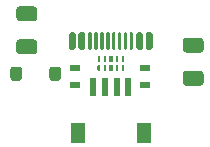
<source format=gtp>
G04 #@! TF.GenerationSoftware,KiCad,Pcbnew,(5.1.10)-1*
G04 #@! TF.CreationDate,2021-09-28T15:44:08+07:00*
G04 #@! TF.ProjectId,Unified-Daughterboard,556e6966-6965-4642-9d44-617567687465,C3*
G04 #@! TF.SameCoordinates,Original*
G04 #@! TF.FileFunction,Paste,Top*
G04 #@! TF.FilePolarity,Positive*
%FSLAX46Y46*%
G04 Gerber Fmt 4.6, Leading zero omitted, Abs format (unit mm)*
G04 Created by KiCad (PCBNEW (5.1.10)-1) date 2021-09-28 15:44:08*
%MOMM*%
%LPD*%
G01*
G04 APERTURE LIST*
%ADD10R,0.250000X0.550000*%
%ADD11R,0.300000X0.550000*%
%ADD12R,0.900000X0.500000*%
%ADD13R,0.600000X1.550000*%
%ADD14R,1.200000X1.800000*%
G04 APERTURE END LIST*
G36*
G01*
X73877500Y-66561400D02*
X73877500Y-66261400D01*
G75*
G02*
X74002500Y-66136400I125000J0D01*
G01*
X74002500Y-66136400D01*
G75*
G02*
X74127500Y-66261400I0J-125000D01*
G01*
X74127500Y-66561400D01*
G75*
G02*
X74002500Y-66686400I-125000J0D01*
G01*
X74002500Y-66686400D01*
G75*
G02*
X73877500Y-66561400I0J125000D01*
G01*
G37*
D10*
X74502500Y-66411400D03*
D11*
X75002500Y-66411400D03*
D10*
X75502500Y-66411400D03*
X76002500Y-66411400D03*
X74502500Y-65641400D03*
X76002500Y-65641400D03*
X75502500Y-65641400D03*
X74002500Y-65641400D03*
D11*
X75002500Y-65641400D03*
G36*
G01*
X82612500Y-65099000D02*
X81362500Y-65099000D01*
G75*
G02*
X81112500Y-64849000I0J250000D01*
G01*
X81112500Y-64099000D01*
G75*
G02*
X81362500Y-63849000I250000J0D01*
G01*
X82612500Y-63849000D01*
G75*
G02*
X82862500Y-64099000I0J-250000D01*
G01*
X82862500Y-64849000D01*
G75*
G02*
X82612500Y-65099000I-250000J0D01*
G01*
G37*
G36*
G01*
X82612500Y-67899000D02*
X81362500Y-67899000D01*
G75*
G02*
X81112500Y-67649000I0J250000D01*
G01*
X81112500Y-66899000D01*
G75*
G02*
X81362500Y-66649000I250000J0D01*
G01*
X82612500Y-66649000D01*
G75*
G02*
X82862500Y-66899000I0J-250000D01*
G01*
X82862500Y-67649000D01*
G75*
G02*
X82612500Y-67899000I-250000J0D01*
G01*
G37*
D12*
X71954500Y-66379000D03*
X71954500Y-67879000D03*
G36*
G01*
X67265500Y-63982000D02*
X68515500Y-63982000D01*
G75*
G02*
X68765500Y-64232000I0J-250000D01*
G01*
X68765500Y-64982000D01*
G75*
G02*
X68515500Y-65232000I-250000J0D01*
G01*
X67265500Y-65232000D01*
G75*
G02*
X67015500Y-64982000I0J250000D01*
G01*
X67015500Y-64232000D01*
G75*
G02*
X67265500Y-63982000I250000J0D01*
G01*
G37*
G36*
G01*
X67265500Y-61182000D02*
X68515500Y-61182000D01*
G75*
G02*
X68765500Y-61432000I0J-250000D01*
G01*
X68765500Y-62182000D01*
G75*
G02*
X68515500Y-62432000I-250000J0D01*
G01*
X67265500Y-62432000D01*
G75*
G02*
X67015500Y-62182000I0J250000D01*
G01*
X67015500Y-61432000D01*
G75*
G02*
X67265500Y-61182000I250000J0D01*
G01*
G37*
G36*
G01*
X70802500Y-66540000D02*
X70802500Y-67240000D01*
G75*
G02*
X70552500Y-67490000I-250000J0D01*
G01*
X70052500Y-67490000D01*
G75*
G02*
X69802500Y-67240000I0J250000D01*
G01*
X69802500Y-66540000D01*
G75*
G02*
X70052500Y-66290000I250000J0D01*
G01*
X70552500Y-66290000D01*
G75*
G02*
X70802500Y-66540000I0J-250000D01*
G01*
G37*
G36*
G01*
X67502500Y-66540000D02*
X67502500Y-67240000D01*
G75*
G02*
X67252500Y-67490000I-250000J0D01*
G01*
X66752500Y-67490000D01*
G75*
G02*
X66502500Y-67240000I0J250000D01*
G01*
X66502500Y-66540000D01*
G75*
G02*
X66752500Y-66290000I250000J0D01*
G01*
X67252500Y-66290000D01*
G75*
G02*
X67502500Y-66540000I0J-250000D01*
G01*
G37*
G36*
G01*
X78552500Y-63543000D02*
X78552500Y-64693000D01*
G75*
G02*
X78402500Y-64843000I-150000J0D01*
G01*
X78102500Y-64843000D01*
G75*
G02*
X77952500Y-64693000I0J150000D01*
G01*
X77952500Y-63543000D01*
G75*
G02*
X78102500Y-63393000I150000J0D01*
G01*
X78402500Y-63393000D01*
G75*
G02*
X78552500Y-63543000I0J-150000D01*
G01*
G37*
G36*
G01*
X76902500Y-63468000D02*
X76902500Y-64768000D01*
G75*
G02*
X76827500Y-64843000I-75000J0D01*
G01*
X76677500Y-64843000D01*
G75*
G02*
X76602500Y-64768000I0J75000D01*
G01*
X76602500Y-63468000D01*
G75*
G02*
X76677500Y-63393000I75000J0D01*
G01*
X76827500Y-63393000D01*
G75*
G02*
X76902500Y-63468000I0J-75000D01*
G01*
G37*
G36*
G01*
X76402500Y-63468000D02*
X76402500Y-64768000D01*
G75*
G02*
X76327500Y-64843000I-75000J0D01*
G01*
X76177500Y-64843000D01*
G75*
G02*
X76102500Y-64768000I0J75000D01*
G01*
X76102500Y-63468000D01*
G75*
G02*
X76177500Y-63393000I75000J0D01*
G01*
X76327500Y-63393000D01*
G75*
G02*
X76402500Y-63468000I0J-75000D01*
G01*
G37*
G36*
G01*
X75902500Y-63468000D02*
X75902500Y-64768000D01*
G75*
G02*
X75827500Y-64843000I-75000J0D01*
G01*
X75677500Y-64843000D01*
G75*
G02*
X75602500Y-64768000I0J75000D01*
G01*
X75602500Y-63468000D01*
G75*
G02*
X75677500Y-63393000I75000J0D01*
G01*
X75827500Y-63393000D01*
G75*
G02*
X75902500Y-63468000I0J-75000D01*
G01*
G37*
G36*
G01*
X75406500Y-63468000D02*
X75406500Y-64768000D01*
G75*
G02*
X75331500Y-64843000I-75000J0D01*
G01*
X75181500Y-64843000D01*
G75*
G02*
X75106500Y-64768000I0J75000D01*
G01*
X75106500Y-63468000D01*
G75*
G02*
X75181500Y-63393000I75000J0D01*
G01*
X75331500Y-63393000D01*
G75*
G02*
X75406500Y-63468000I0J-75000D01*
G01*
G37*
G36*
G01*
X73402500Y-63468000D02*
X73402500Y-64768000D01*
G75*
G02*
X73327500Y-64843000I-75000J0D01*
G01*
X73177500Y-64843000D01*
G75*
G02*
X73102500Y-64768000I0J75000D01*
G01*
X73102500Y-63468000D01*
G75*
G02*
X73177500Y-63393000I75000J0D01*
G01*
X73327500Y-63393000D01*
G75*
G02*
X73402500Y-63468000I0J-75000D01*
G01*
G37*
G36*
G01*
X73902500Y-63468000D02*
X73902500Y-64768000D01*
G75*
G02*
X73827500Y-64843000I-75000J0D01*
G01*
X73677500Y-64843000D01*
G75*
G02*
X73602500Y-64768000I0J75000D01*
G01*
X73602500Y-63468000D01*
G75*
G02*
X73677500Y-63393000I75000J0D01*
G01*
X73827500Y-63393000D01*
G75*
G02*
X73902500Y-63468000I0J-75000D01*
G01*
G37*
G36*
G01*
X74402500Y-63468000D02*
X74402500Y-64768000D01*
G75*
G02*
X74327500Y-64843000I-75000J0D01*
G01*
X74177500Y-64843000D01*
G75*
G02*
X74102500Y-64768000I0J75000D01*
G01*
X74102500Y-63468000D01*
G75*
G02*
X74177500Y-63393000I75000J0D01*
G01*
X74327500Y-63393000D01*
G75*
G02*
X74402500Y-63468000I0J-75000D01*
G01*
G37*
G36*
G01*
X74902500Y-63468000D02*
X74902500Y-64768000D01*
G75*
G02*
X74827500Y-64843000I-75000J0D01*
G01*
X74677500Y-64843000D01*
G75*
G02*
X74602500Y-64768000I0J75000D01*
G01*
X74602500Y-63468000D01*
G75*
G02*
X74677500Y-63393000I75000J0D01*
G01*
X74827500Y-63393000D01*
G75*
G02*
X74902500Y-63468000I0J-75000D01*
G01*
G37*
G36*
G01*
X77752500Y-63543000D02*
X77752500Y-64693000D01*
G75*
G02*
X77602500Y-64843000I-150000J0D01*
G01*
X77302500Y-64843000D01*
G75*
G02*
X77152500Y-64693000I0J150000D01*
G01*
X77152500Y-63543000D01*
G75*
G02*
X77302500Y-63393000I150000J0D01*
G01*
X77602500Y-63393000D01*
G75*
G02*
X77752500Y-63543000I0J-150000D01*
G01*
G37*
G36*
G01*
X72052500Y-63543000D02*
X72052500Y-64693000D01*
G75*
G02*
X71902500Y-64843000I-150000J0D01*
G01*
X71602500Y-64843000D01*
G75*
G02*
X71452500Y-64693000I0J150000D01*
G01*
X71452500Y-63543000D01*
G75*
G02*
X71602500Y-63393000I150000J0D01*
G01*
X71902500Y-63393000D01*
G75*
G02*
X72052500Y-63543000I0J-150000D01*
G01*
G37*
G36*
G01*
X72852500Y-63543000D02*
X72852500Y-64693000D01*
G75*
G02*
X72702500Y-64843000I-150000J0D01*
G01*
X72402500Y-64843000D01*
G75*
G02*
X72252500Y-64693000I0J150000D01*
G01*
X72252500Y-63543000D01*
G75*
G02*
X72402500Y-63393000I150000J0D01*
G01*
X72702500Y-63393000D01*
G75*
G02*
X72852500Y-63543000I0J-150000D01*
G01*
G37*
D13*
X75504500Y-68018000D03*
X76504500Y-68018000D03*
X74504500Y-68018000D03*
X73504500Y-68018000D03*
D14*
X72204500Y-71893000D03*
X77804500Y-71893000D03*
D12*
X77923500Y-67879000D03*
X77923500Y-66379000D03*
M02*

</source>
